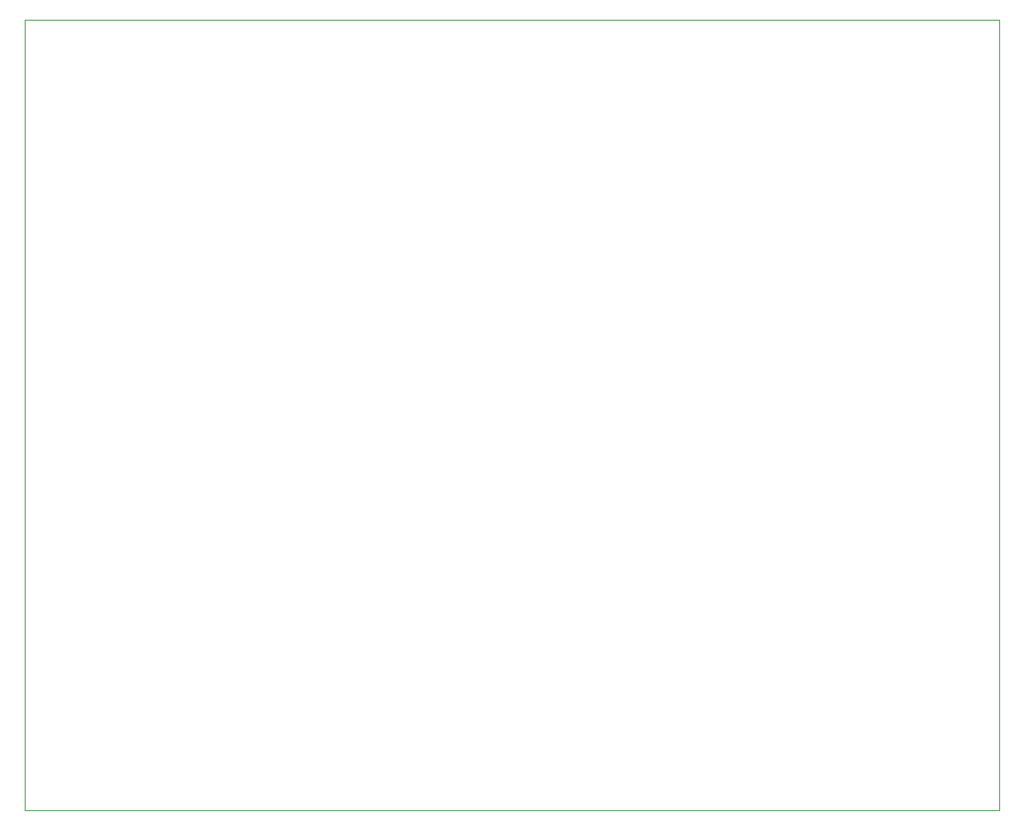
<source format=gbr>
%TF.GenerationSoftware,KiCad,Pcbnew,6.0.11+dfsg-1*%
%TF.CreationDate,2025-09-18T15:26:03+02:00*%
%TF.ProjectId,debug,64656275-672e-46b6-9963-61645f706362,rev?*%
%TF.SameCoordinates,Original*%
%TF.FileFunction,Profile,NP*%
%FSLAX46Y46*%
G04 Gerber Fmt 4.6, Leading zero omitted, Abs format (unit mm)*
G04 Created by KiCad (PCBNEW 6.0.11+dfsg-1) date 2025-09-18 15:26:03*
%MOMM*%
%LPD*%
G01*
G04 APERTURE LIST*
%TA.AperFunction,Profile*%
%ADD10C,0.050000*%
%TD*%
G04 APERTURE END LIST*
D10*
X91440000Y-38260000D02*
X191440000Y-38260000D01*
X191440000Y-38260000D02*
X191440000Y-119380000D01*
X191440000Y-119380000D02*
X91440000Y-119380000D01*
X91440000Y-119380000D02*
X91440000Y-38260000D01*
M02*

</source>
